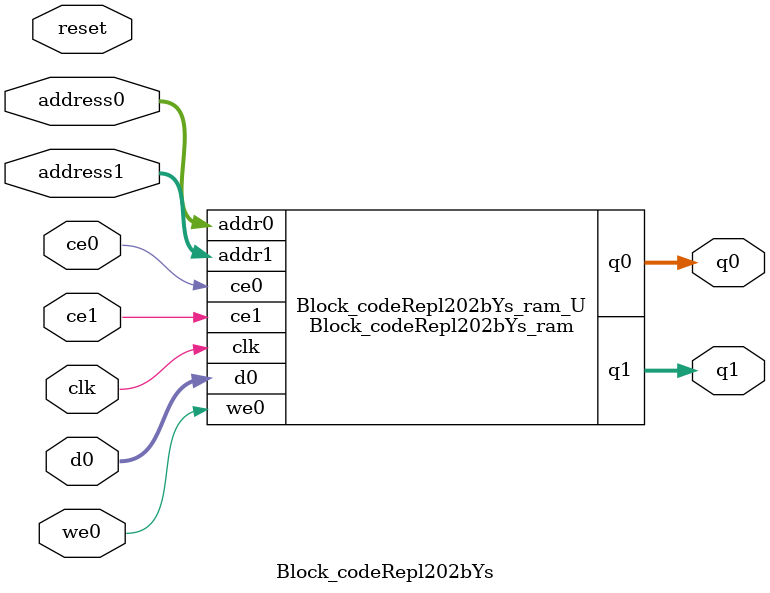
<source format=v>
`timescale 1 ns / 1 ps
module Block_codeRepl202bYs_ram (addr0, ce0, d0, we0, q0, addr1, ce1, q1,  clk);

parameter DWIDTH = 5;
parameter AWIDTH = 16;
parameter MEM_SIZE = 59136;

input[AWIDTH-1:0] addr0;
input ce0;
input[DWIDTH-1:0] d0;
input we0;
output reg[DWIDTH-1:0] q0;
input[AWIDTH-1:0] addr1;
input ce1;
output reg[DWIDTH-1:0] q1;
input clk;

(* ram_style = "block" *)reg [DWIDTH-1:0] ram[0:MEM_SIZE-1];




always @(posedge clk)  
begin 
    if (ce0) begin
        if (we0) 
            ram[addr0] <= d0; 
        q0 <= ram[addr0];
    end
end


always @(posedge clk)  
begin 
    if (ce1) begin
        q1 <= ram[addr1];
    end
end


endmodule

`timescale 1 ns / 1 ps
module Block_codeRepl202bYs(
    reset,
    clk,
    address0,
    ce0,
    we0,
    d0,
    q0,
    address1,
    ce1,
    q1);

parameter DataWidth = 32'd5;
parameter AddressRange = 32'd59136;
parameter AddressWidth = 32'd16;
input reset;
input clk;
input[AddressWidth - 1:0] address0;
input ce0;
input we0;
input[DataWidth - 1:0] d0;
output[DataWidth - 1:0] q0;
input[AddressWidth - 1:0] address1;
input ce1;
output[DataWidth - 1:0] q1;



Block_codeRepl202bYs_ram Block_codeRepl202bYs_ram_U(
    .clk( clk ),
    .addr0( address0 ),
    .ce0( ce0 ),
    .we0( we0 ),
    .d0( d0 ),
    .q0( q0 ),
    .addr1( address1 ),
    .ce1( ce1 ),
    .q1( q1 ));

endmodule


</source>
